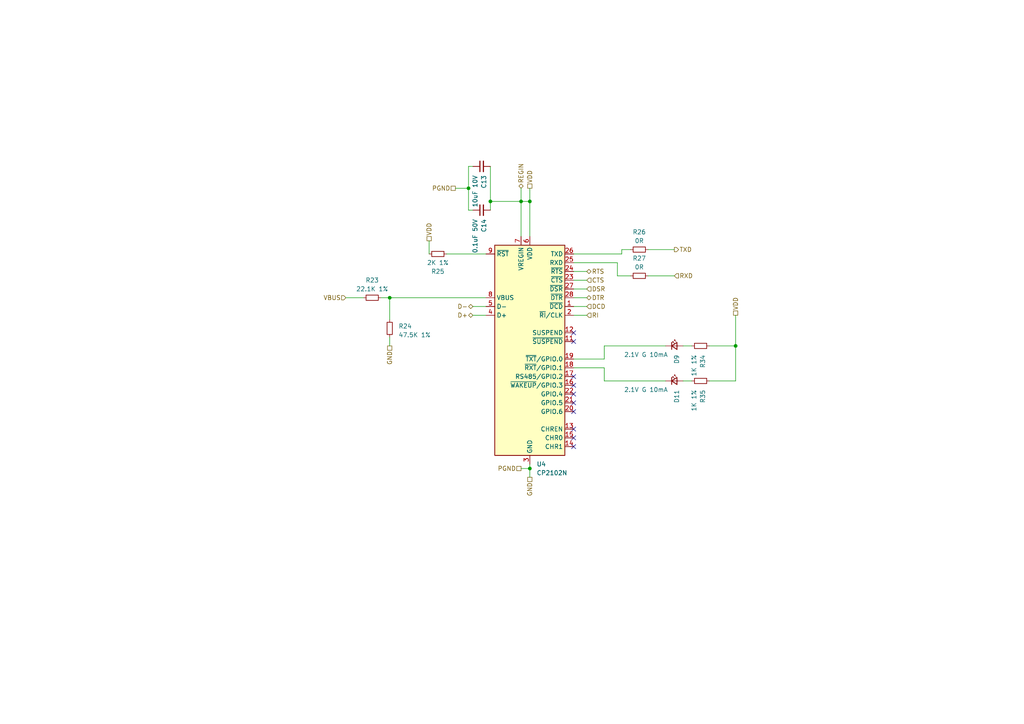
<source format=kicad_sch>
(kicad_sch (version 20250114) (generator "eeschema") (generator_version "9.0")
  (paper "A4")
  (title_block (title "Haut de Forme") (date "2025-03-11") (rev "0.1.1") (company "Martin Roger"))
  (lib_symbols
    (symbol "Device:C_Small" (pin_numbers (hide yes)) (pin_names (offset 0.254) (hide yes))
      (property "Reference" "C" (at 0.254 1.778 0))
      (property "Value" "C_Small" (at 0.254 -2.032 0))
      (symbol "C_Small_0_1"
        (polyline (pts (xy -1.524 0.508) (xy 1.524 0.508)) (stroke (width 0.3048)))
        (polyline (pts (xy -1.524 -0.508) (xy 1.524 -0.508)) (stroke (width 0.3302)))
      )
      (symbol "C_Small_1_1"
        (pin passive line (at 0 2.54 270) (length 2.032) (name "~") (number "1"))
        (pin passive line (at 0 -2.54 90) (length 2.032) (name "~") (number "2"))
      )
    )
    (symbol "Device:LED_Small" (pin_numbers (hide yes)) (pin_names (offset 0.254) (hide yes))
      (property "Reference" "D" (at -1.27 3.175 0))
      (property "Value" "LED_Small" (at -4.445 -2.54 0))
      (symbol "LED_Small_0_1"
        (polyline (pts (xy -0.762 -1.016) (xy -0.762 1.016)) (stroke (width 0.254)))
        (polyline (pts (xy 0 0.762) (xy -0.508 1.27) (xy -0.254 1.27) (xy -0.508 1.27) (xy -0.508 1.016)))
        (polyline (pts (xy 0.508 1.27) (xy 0 1.778) (xy 0.254 1.778) (xy 0 1.778) (xy 0 1.524)))
        (polyline (pts (xy 0.762 -1.016) (xy -0.762 0) (xy 0.762 1.016) (xy 0.762 -1.016)) (stroke (width 0.254)))
        (polyline (pts (xy 1.016 0) (xy -0.762 0)))
      )
      (symbol "LED_Small_1_1"
        (pin passive line (at -2.54 0 0) (length 1.778) (name "K") (number "1"))
        (pin passive line (at 2.54 0 180) (length 1.778) (name "A") (number "2"))
      )
    )
    (symbol "Device:R_Small" (pin_numbers (hide yes)) (pin_names (offset 0.254) (hide yes))
      (property "Reference" "R" (at 0.762 0.508 0))
      (property "Value" "R_Small" (at 0.762 -1.016 0))
      (symbol "R_Small_0_1"
        (rectangle (start -0.762 1.778) (end 0.762 -1.778) (stroke (width 0.2032)))
      )
      (symbol "R_Small_1_1"
        (pin passive line (at 0 2.54 270) (length 0.762) (name "~") (number "1"))
        (pin passive line (at 0 -2.54 90) (length 0.762) (name "~") (number "2"))
      )
    )
    (symbol "Interface_USB:CP2102N-Axx-xQFN28"
      (property "Reference" "U" (at -8.89 31.75 0))
      (property "Value" "CP2102N-Axx-xQFN28" (at 12.7 31.75 0))
      (symbol "CP2102N-Axx-xQFN28_0_1"
        (rectangle (start -10.16 30.48) (end 10.16 -30.48) (stroke (width 0.254)) (fill (type background)))
      )
      (symbol "CP2102N-Axx-xQFN28_1_1"
        (pin input line (at -12.7 27.94 0) (length 2.54) (name "~{RST}") (number "9"))
        (pin input line (at -12.7 15.24 0) (length 2.54) (name "VBUS") (number "8"))
        (pin bidirectional line (at -12.7 12.7 0) (length 2.54) (name "D-") (number "5"))
        (pin bidirectional line (at -12.7 10.16 0) (length 2.54) (name "D+") (number "4"))
        (pin no_connect line (at -10.16 -27.94 0) (length 2.54) (hide yes) (name "NC") (number "10"))
        (pin power_in line (at -2.54 33.02 270) (length 2.54) (name "VREGIN") (number "7"))
        (pin power_in line (at 0 33.02 270) (length 2.54) (name "VDD") (number "6"))
        (pin passive line (at 0 -33.02 90) (length 2.54) (hide yes) (name "GND") (number "29"))
        (pin power_in line (at 0 -33.02 90) (length 2.54) (name "GND") (number "3"))
        (pin output line (at 12.7 27.94 180) (length 2.54) (name "TXD") (number "26"))
        (pin input line (at 12.7 25.4 180) (length 2.54) (name "RXD") (number "25"))
        (pin output line (at 12.7 22.86 180) (length 2.54) (name "~{RTS}") (number "24"))
        (pin input line (at 12.7 20.32 180) (length 2.54) (name "~{CTS}") (number "23"))
        (pin input line (at 12.7 17.78 180) (length 2.54) (name "~{DSR}") (number "27"))
        (pin output line (at 12.7 15.24 180) (length 2.54) (name "~{DTR}") (number "28"))
        (pin input line (at 12.7 12.7 180) (length 2.54) (name "~{DCD}") (number "1"))
        (pin bidirectional line (at 12.7 10.16 180) (length 2.54) (name "~{RI}/CLK") (number "2"))
        (pin output line (at 12.7 5.08 180) (length 2.54) (name "SUSPEND") (number "12"))
        (pin output line (at 12.7 2.54 180) (length 2.54) (name "~{SUSPEND}") (number "11"))
        (pin bidirectional line (at 12.7 -2.54 180) (length 2.54) (name "~{TXT}/GPIO.0") (number "19"))
        (pin bidirectional line (at 12.7 -5.08 180) (length 2.54) (name "~{RXT}/GPIO.1") (number "18"))
        (pin bidirectional line (at 12.7 -7.62 180) (length 2.54) (name "RS485/GPIO.2") (number "17"))
        (pin bidirectional line (at 12.7 -10.16 180) (length 2.54) (name "~{WAKEUP}/GPIO.3") (number "16"))
        (pin bidirectional line (at 12.7 -12.7 180) (length 2.54) (name "GPIO.4") (number "22"))
        (pin bidirectional line (at 12.7 -15.24 180) (length 2.54) (name "GPIO.5") (number "21"))
        (pin bidirectional line (at 12.7 -17.78 180) (length 2.54) (name "GPIO.6") (number "20"))
        (pin output line (at 12.7 -22.86 180) (length 2.54) (name "CHREN") (number "13"))
        (pin output line (at 12.7 -25.4 180) (length 2.54) (name "CHR0") (number "15"))
        (pin output line (at 12.7 -27.94 180) (length 2.54) (name "CHR1") (number "14"))
      )
    )
  )
  (junction (at 142.24 58.42))
  (junction (at 113.03 86.36))
  (junction (at 153.67 58.42))
  (junction (at 135.89 54.61))
  (junction (at 153.67 135.89))
  (junction (at 151.13 58.42))
  (junction (at 213.36 100.33))
  (no_connect (at 166.37 116.84))
  (no_connect (at 166.37 119.38))
  (no_connect (at 166.37 99.06))
  (no_connect (at 166.37 124.46))
  (no_connect (at 166.37 109.22))
  (no_connect (at 166.37 127))
  (no_connect (at 166.37 96.52))
  (no_connect (at 166.37 129.54))
  (no_connect (at 166.37 111.76))
  (no_connect (at 166.37 114.3))
  (wire (pts (xy 153.67 134.62) (xy 153.67 135.89)))
  (wire (pts (xy 129.54 73.66) (xy 140.97 73.66)))
  (wire (pts (xy 135.89 48.26) (xy 137.16 48.26)))
  (wire (pts (xy 137.16 91.44) (xy 140.97 91.44)))
  (wire (pts (xy 153.67 58.42) (xy 153.67 68.58)))
  (wire (pts (xy 151.13 54.61) (xy 151.13 58.42)))
  (wire (pts (xy 200.66 100.33) (xy 198.12 100.33)))
  (wire (pts (xy 135.89 54.61) (xy 135.89 60.96)))
  (wire (pts (xy 135.89 48.26) (xy 135.89 54.61)))
  (wire (pts (xy 151.13 58.42) (xy 151.13 68.58)))
  (wire (pts (xy 205.74 110.49) (xy 213.36 110.49)))
  (wire (pts (xy 200.66 110.49) (xy 198.12 110.49)))
  (wire (pts (xy 153.67 135.89) (xy 153.67 138.43)))
  (wire (pts (xy 175.26 104.14) (xy 166.37 104.14)))
  (wire (pts (xy 137.16 88.9) (xy 140.97 88.9)))
  (wire (pts (xy 213.36 91.44) (xy 213.36 100.33)))
  (wire (pts (xy 175.26 110.49) (xy 175.26 106.68)))
  (wire (pts (xy 175.26 100.33) (xy 175.26 104.14)))
  (wire (pts (xy 187.96 80.01) (xy 195.58 80.01)))
  (wire (pts (xy 166.37 81.28) (xy 170.18 81.28)))
  (wire (pts (xy 193.04 110.49) (xy 175.26 110.49)))
  (wire (pts (xy 213.36 100.33) (xy 205.74 100.33)))
  (wire (pts (xy 166.37 78.74) (xy 170.18 78.74)))
  (wire (pts (xy 151.13 58.42) (xy 153.67 58.42)))
  (wire (pts (xy 153.67 54.61) (xy 153.67 58.42)))
  (wire (pts (xy 179.07 76.2) (xy 166.37 76.2)))
  (wire (pts (xy 151.13 135.89) (xy 153.67 135.89)))
  (wire (pts (xy 180.34 72.39) (xy 182.88 72.39)))
  (wire (pts (xy 193.04 100.33) (xy 175.26 100.33)))
  (wire (pts (xy 113.03 86.36) (xy 140.97 86.36)))
  (wire (pts (xy 179.07 80.01) (xy 179.07 76.2)))
  (wire (pts (xy 142.24 48.26) (xy 142.24 58.42)))
  (wire (pts (xy 132.08 54.61) (xy 135.89 54.61)))
  (wire (pts (xy 166.37 86.36) (xy 170.18 86.36)))
  (wire (pts (xy 100.33 86.36) (xy 105.41 86.36)))
  (wire (pts (xy 113.03 86.36) (xy 113.03 92.71)))
  (wire (pts (xy 175.26 106.68) (xy 166.37 106.68)))
  (wire (pts (xy 213.36 110.49) (xy 213.36 100.33)))
  (wire (pts (xy 195.58 72.39) (xy 187.96 72.39)))
  (wire (pts (xy 113.03 97.79) (xy 113.03 100.33)))
  (wire (pts (xy 166.37 91.44) (xy 170.18 91.44)))
  (wire (pts (xy 166.37 83.82) (xy 170.18 83.82)))
  (wire (pts (xy 110.49 86.36) (xy 113.03 86.36)))
  (wire (pts (xy 142.24 58.42) (xy 151.13 58.42)))
  (wire (pts (xy 135.89 60.96) (xy 137.16 60.96)))
  (wire (pts (xy 179.07 80.01) (xy 182.88 80.01)))
  (wire (pts (xy 166.37 88.9) (xy 170.18 88.9)))
  (wire (pts (xy 180.34 73.66) (xy 166.37 73.66)))
  (wire (pts (xy 142.24 58.42) (xy 142.24 60.96)))
  (wire (pts (xy 180.34 72.39) (xy 180.34 73.66)))
  (wire (pts (xy 124.46 69.85) (xy 124.46 73.66)))
  (hierarchical_label "TXD" (shape output) (at 195.58 72.39 0))
  (hierarchical_label "DTR" (shape bidirectional) (at 170.18 86.36 0))
  (hierarchical_label "GND" (shape passive) (at 113.03 100.33 270))
  (hierarchical_label "RI" (shape input) (at 170.18 91.44 0))
  (hierarchical_label "CTS" (shape input) (at 170.18 81.28 0))
  (hierarchical_label "GND" (shape passive) (at 153.67 138.43 270))
  (hierarchical_label "PGND" (shape passive) (at 151.13 135.89 180))
  (hierarchical_label "RTS" (shape bidirectional) (at 170.18 78.74 0))
  (hierarchical_label "VBUS" (shape input) (at 100.33 86.36 180))
  (hierarchical_label "D+" (shape bidirectional) (at 137.16 91.44 180))
  (hierarchical_label "DCD" (shape input) (at 170.18 88.9 0))
  (hierarchical_label "VDD" (shape passive) (at 213.36 91.44 90))
  (hierarchical_label "REGIN" (shape bidirectional) (at 151.13 54.61 90))
  (hierarchical_label "RXD" (shape input) (at 195.58 80.01 0))
  (hierarchical_label "VDD" (shape passive) (at 153.67 54.61 90))
  (hierarchical_label "DSR" (shape input) (at 170.18 83.82 0))
  (hierarchical_label "D-" (shape bidirectional) (at 137.16 88.9 180))
  (hierarchical_label "VDD" (shape passive) (at 124.46 69.85 90))
  (hierarchical_label "PGND" (shape passive) (at 132.08 54.61 180))
  (symbol (lib_id "Device:R_Small") (at 203.2 100.33 270) (unit 1)
    (property "Reference" "R34" (at 203.835 102.87 0) (effects (justify left)))
    (property "Value" "1K 1%" (at 201.295 102.87 0) (effects (justify left)))
    (property "Footprint" "Resistor_SMD:R_0603_1608Metric" (effects (hide yes)))
    (property "Datasheet" "https://www.yageo.com/upload/media/product/products/datasheet/rchip/PYu-RC_Group_51_RoHS_L_12.pdf" (effects (hide yes)))
    (property "Description" "RES 1K OHM 1% 1/10W 0603" (effects (hide yes)))
    (property "Manufacturer_Name" "YAGEO" (effects (hide yes)))
    (property "Manufacturer_Part_Number" "RC0603FR-071KL" (effects (hide yes)))
    (property "Type" "SMD" (effects (hide yes)))
  )
  (symbol (lib_id "Device:C_Small") (at 139.7 60.96 90) (unit 1)
    (property "Reference" "C14" (at 140.3414 63.5 0) (effects (justify right)))
    (property "Value" "0.1uF 50V" (at 137.8014 63.5 0) (effects (justify right)))
    (property "Footprint" "Capacitor_SMD:C_0603_1608Metric" (effects (hide yes)))
    (property "Datasheet" "https://mm.digikey.com/Volume0/opasdata/d220001/medias/docus/609/CL10B104KB8NNNC_Spec.pdf" (effects (hide yes)))
    (property "Description" "CAP CER 0.1UF 50V X7R 0603" (effects (hide yes)))
    (property "Manufacturer_Name" "Samsung Electro-Mechanics" (effects (hide yes)))
    (property "Manufacturer_Part_Number" "CL10B104KB8NNNC" (effects (hide yes)))
    (property "Type" "SMD" (effects (hide yes)))
  )
  (symbol (lib_id "Device:LED_Small") (at 195.58 110.49 0) (unit 1)
    (property "Reference" "D11" (at 196.2785 113.03 90) (effects (justify right)))
    (property "Value" "2.1V G 10mA" (at 193.7385 113.03 0) (effects (justify right)))
    (property "Footprint" "LED_SMD:LED_0603_1608Metric" (effects (hide yes)))
    (property "Datasheet" "https://mm.digikey.com/Volume0/opasdata/d220001/medias/docus/858/LTST-C190GKT.pdf" (effects (hide yes)))
    (property "Description" "LED GREEN CLEAR CHIP SMD" (effects (hide yes)))
    (property "Manufacturer_Name" "Lite-On Inc." (effects (hide yes)))
    (property "Manufacturer_Part_Number" "LTST-C190GKT" (effects (hide yes)))
    (property "Type" "SMD" (effects (hide yes)))
    (instances (project "hautDeForme" (path "" (reference "D11") (unit 1))) (project "ipodesp32 PL2303" (path "" (reference "D3") (unit 1))))
  )
  (symbol (lib_id "Device:LED_Small") (at 195.58 100.33 0) (unit 1)
    (property "Reference" "D9" (at 196.2785 102.87 90) (effects (justify right)))
    (property "Value" "2.1V G 10mA" (at 193.7385 102.87 0) (effects (justify right)))
    (property "Footprint" "LED_SMD:LED_0603_1608Metric" (effects (hide yes)))
    (property "Datasheet" "https://mm.digikey.com/Volume0/opasdata/d220001/medias/docus/858/LTST-C190GKT.pdf" (effects (hide yes)))
    (property "Description" "LED GREEN CLEAR CHIP SMD" (effects (hide yes)))
    (property "Manufacturer_Name" "Lite-On Inc." (effects (hide yes)))
    (property "Manufacturer_Part_Number" "LTST-C190GKT" (effects (hide yes)))
    (property "Type" "SMD" (effects (hide yes)))
    (instances (project "hautDeForme" (path "" (reference "D9") (unit 1))) (project "ipodesp32 PL2303" (path "" (reference "D3") (unit 1))))
  )
  (symbol (lib_id "Device:R_Small") (at 185.42 80.01 90) (unit 1)
    (property "Reference" "R27" (at 185.42 74.93 90))
    (property "Value" "0R" (at 185.42 77.47 90))
    (property "Footprint" "Resistor_SMD:R_0603_1608Metric" (effects (hide yes)))
    (property "Datasheet" "https://www.seielect.com/catalog/sei-rmcf_rmcp.pdf" (effects (hide yes)))
    (property "Description" "RES 0 OHM JUMPER 1/10W 0603" (effects (hide yes)))
    (property "Manufacturer_Name" "StackPole Electronics" (effects (hide yes)))
    (property "Manufacturer_Part_Number" "RMCF0603ZT0R00" (effects (hide yes)))
    (property "Type" "SMD" (effects (hide yes)))
  )
  (symbol (lib_id "Device:C_Small") (at 139.7 48.26 90) (unit 1)
    (property "Reference" "C13" (at 140.3414 50.8 0) (effects (justify right)))
    (property "Value" "10uF 10V" (at 137.8014 50.8 0) (effects (justify right)))
    (property "Footprint" "Capacitor_SMD:C_0603_1608Metric" (effects (hide yes)))
    (property "Datasheet" "https://mm.digikey.com/Volume0/opasdata/d220001/medias/docus/43/CL10A106KP8NNNC_Spec.pdf" (effects (hide yes)))
    (property "Description" "CAP CER 10UF 10V X5R 0603" (effects (hide yes)))
    (property "Manufacturer_Name" "Samsung Electro-Mechanics" (effects (hide yes)))
    (property "Manufacturer_Part_Number" "CL10A106KP8NNNC" (effects (hide yes)))
    (property "Type" "SMD" (effects (hide yes)))
  )
  (symbol (lib_id "Device:R_Small") (at 107.95 86.36 90) (unit 1)
    (property "Reference" "R23" (at 107.95 81.28 90))
    (property "Value" "22.1K 1%" (at 107.95 83.82 90))
    (property "Footprint" "Resistor_SMD:R_0603_1608Metric" (effects (hide yes)))
    (property "Datasheet" "https://www.seielect.com/catalog/sei-rmcf_rmcp.pdf" (effects (hide yes)))
    (property "Description" "RES 22.1K OHM 1% 1/10W 0603" (effects (hide yes)))
    (property "Manufacturer_Name" "StackPole Electronics" (effects (hide yes)))
    (property "Manufacturer_Part_Number" "RMCF0603FT22K1" (effects (hide yes)))
    (property "Type" "SMD" (effects (hide yes)))
  )
  (symbol (lib_id "Device:R_Small") (at 203.2 110.49 270) (unit 1)
    (property "Reference" "R35" (at 203.835 113.03 0) (effects (justify left)))
    (property "Value" "1K 1%" (at 201.295 113.03 0) (effects (justify left)))
    (property "Footprint" "Resistor_SMD:R_0603_1608Metric" (effects (hide yes)))
    (property "Datasheet" "https://www.yageo.com/upload/media/product/products/datasheet/rchip/PYu-RC_Group_51_RoHS_L_12.pdf" (effects (hide yes)))
    (property "Description" "RES 1K OHM 1% 1/10W 0603" (effects (hide yes)))
    (property "Manufacturer_Name" "YAGEO" (effects (hide yes)))
    (property "Manufacturer_Part_Number" "RC0603FR-071KL" (effects (hide yes)))
    (property "Type" "SMD" (effects (hide yes)))
  )
  (symbol (lib_id "Device:R_Small") (at 185.42 72.39 90) (unit 1)
    (property "Reference" "R26" (at 185.42 67.31 90))
    (property "Value" "0R" (at 185.42 69.85 90))
    (property "Footprint" "Resistor_SMD:R_0603_1608Metric" (effects (hide yes)))
    (property "Datasheet" "https://www.seielect.com/catalog/sei-rmcf_rmcp.pdf" (effects (hide yes)))
    (property "Description" "RES 0 OHM JUMPER 1/10W 0603" (effects (hide yes)))
    (property "Manufacturer_Name" "StackPole Electronics" (effects (hide yes)))
    (property "Manufacturer_Part_Number" "RMCF0603ZT0R00" (effects (hide yes)))
    (property "Type" "SMD" (effects (hide yes)))
  )
  (symbol (lib_id "Device:R_Small") (at 127 73.66 90) (mirror x) (unit 1)
    (property "Reference" "R25" (at 127 78.74 90))
    (property "Value" "2K 1%" (at 127 76.2 90))
    (property "Footprint" "Resistor_SMD:R_0603_1608Metric" (effects (hide yes)))
    (property "Datasheet" "https://www.seielect.com/catalog/sei-rmcf_rmcp.pdf" (effects (hide yes)))
    (property "Description" "RES 2K OHM 1% 1/10W 0603" (effects (hide yes)))
    (property "Manufacturer_Name" "StackPole Electronics" (effects (hide yes)))
    (property "Manufacturer_Part_Number" "RMCF0603FT2K00" (effects (hide yes)))
    (property "Type" "SMD" (effects (hide yes)))
  )
  (symbol (lib_id "Device:R_Small") (at 113.03 95.25 0) (unit 1)
    (property "Reference" "R24" (at 115.57 94.615 0) (effects (justify left)))
    (property "Value" "47.5K 1%" (at 115.57 97.155 0) (effects (justify left)))
    (property "Footprint" "Resistor_SMD:R_0603_1608Metric" (effects (hide yes)))
    (property "Datasheet" "https://industrial.panasonic.com/cdbs/www-data/pdf/RDA0000/AOA0000C304.pdf" (effects (hide yes)))
    (property "Description" "RES SMD 47.5K OHM 1% 1/10W 0603" (effects (hide yes)))
    (property "Manufacturer_Name" "Panasonic Electronic Components" (effects (hide yes)))
    (property "Manufacturer_Part_Number" "ERJ-3EKF4752V" (effects (hide yes)))
    (property "Type" "SMD" (effects (hide yes)))
  )
  (symbol (lib_id "Interface_USB:CP2102N-Axx-xQFN28") (at 153.67 101.6 0) (unit 1)
    (property "Reference" "U4" (at 155.6259 134.62 0) (effects (justify left)))
    (property "Value" "CP2102N" (at 155.6259 137.16 0) (effects (justify left)))
    (property "Footprint" "Package_DFN_QFN:QFN-28-1EP_5x5mm_P0.5mm_EP3.35x3.35mm" (effects (hide yes)))
    (property "Datasheet" "https://www.silabs.com/documents/public/data-sheets/cp2102n-datasheet.pdf" (effects (hide yes)))
    (property "Description" "IC USB TO UART BRIDGE QFN28" (effects (hide yes)))
    (property "Manufacturer_Name" "Silicon Labs" (effects (hide yes)))
    (property "Manufacturer_Part_Number" "CP2102N-A02-GQFN28R" (effects (hide yes)))
    (property "Type" "SMD" (effects (hide yes)))
  )
)
</source>
